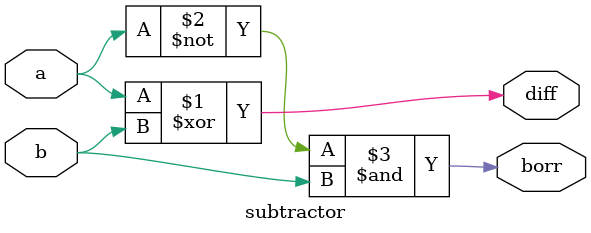
<source format=v>
module subtractor(
    input a,
    input b,
    output diff,
    output borr
);

assign diff = a ^ b;
assign borr = ~a & b;

endmodule

</source>
